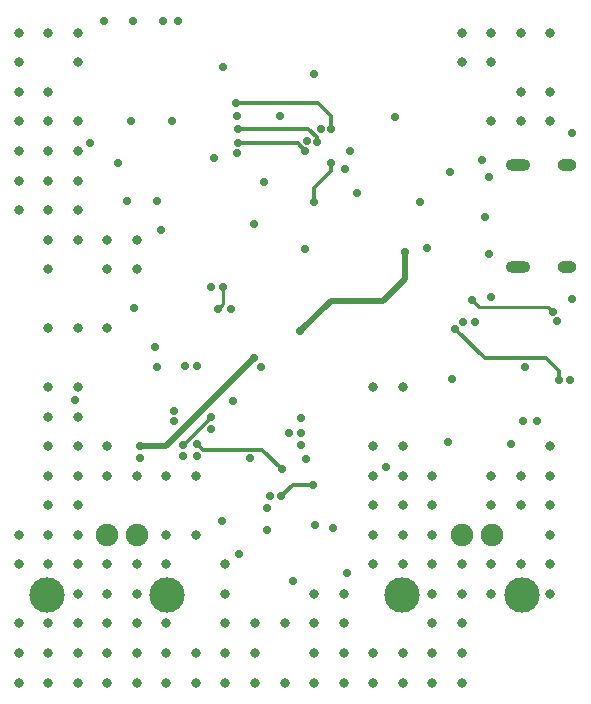
<source format=gbr>
%TF.GenerationSoftware,KiCad,Pcbnew,(7.0.0)*%
%TF.CreationDate,2023-08-19T19:02:20+01:00*%
%TF.ProjectId,Nemesis-MixSigPCB,4e656d65-7369-4732-9d4d-697853696750,rev?*%
%TF.SameCoordinates,Original*%
%TF.FileFunction,Copper,L4,Bot*%
%TF.FilePolarity,Positive*%
%FSLAX46Y46*%
G04 Gerber Fmt 4.6, Leading zero omitted, Abs format (unit mm)*
G04 Created by KiCad (PCBNEW (7.0.0)) date 2023-08-19 19:02:20*
%MOMM*%
%LPD*%
G01*
G04 APERTURE LIST*
%TA.AperFunction,ComponentPad*%
%ADD10O,1.600000X1.000000*%
%TD*%
%TA.AperFunction,ComponentPad*%
%ADD11O,2.100000X1.000000*%
%TD*%
%TA.AperFunction,ComponentPad*%
%ADD12C,1.900000*%
%TD*%
%TA.AperFunction,ComponentPad*%
%ADD13C,3.000000*%
%TD*%
%TA.AperFunction,ViaPad*%
%ADD14C,0.800000*%
%TD*%
%TA.AperFunction,ViaPad*%
%ADD15C,0.700000*%
%TD*%
%TA.AperFunction,Conductor*%
%ADD16C,0.500000*%
%TD*%
%TA.AperFunction,Conductor*%
%ADD17C,0.300000*%
%TD*%
%TA.AperFunction,Conductor*%
%ADD18C,0.293370*%
%TD*%
G04 APERTURE END LIST*
D10*
%TO.P,J200,S1,SHIELD*%
%TO.N,unconnected-(J200-SHIELD-PadS1)*%
X168939999Y-87289999D03*
D11*
X164759999Y-87289999D03*
X164759999Y-78649999D03*
D10*
X168939999Y-78649999D03*
%TD*%
D12*
%TO.P,J400,1,In*%
%TO.N,/DAC/OUT*%
X160000000Y-110020000D03*
D13*
%TO.P,J400,2,Ext*%
%TO.N,GND*%
X165080000Y-115100000D03*
D12*
X162540000Y-110020000D03*
D13*
X154920000Y-115100000D03*
%TD*%
D12*
%TO.P,J300,1,In*%
%TO.N,/ADC/IN*%
X130000000Y-110020000D03*
D13*
%TO.P,J300,2,Ext*%
%TO.N,GND*%
X135080000Y-115100000D03*
D12*
X132540000Y-110020000D03*
D13*
X124920000Y-115100000D03*
%TD*%
D14*
%TO.N,GND*%
X147500000Y-115000000D03*
X147500000Y-120000000D03*
X142500000Y-120000000D03*
X142500000Y-122500000D03*
X145000000Y-122500000D03*
X147500000Y-122500000D03*
X147500000Y-117500000D03*
X145000000Y-117500000D03*
X142500000Y-117500000D03*
X127500000Y-70000000D03*
X127500000Y-67500000D03*
X125000000Y-67500000D03*
X122500000Y-67500000D03*
X122500000Y-70000000D03*
X122500000Y-72500000D03*
X125000000Y-72500000D03*
X160000000Y-70000000D03*
X160000000Y-67500000D03*
X167500000Y-67500000D03*
X165000000Y-67500000D03*
X162500000Y-67500000D03*
X162500000Y-70000000D03*
X165000000Y-72500000D03*
X167500000Y-72500000D03*
X167500000Y-75000000D03*
X165000000Y-75000000D03*
X162500000Y-75000000D03*
X155000000Y-97500000D03*
X152500000Y-97500000D03*
X152500000Y-102500000D03*
X155000000Y-102500000D03*
X167500000Y-102500000D03*
X165000000Y-112500000D03*
X162500000Y-112500000D03*
X162500000Y-115000000D03*
X157500000Y-115000000D03*
X160000000Y-115000000D03*
X160000000Y-112500000D03*
X157500000Y-110000000D03*
X157500000Y-112500000D03*
X155000000Y-112500000D03*
X152500000Y-112500000D03*
X135000000Y-110000000D03*
X135000000Y-112500000D03*
X132500000Y-112500000D03*
X132500000Y-115000000D03*
X127500000Y-115000000D03*
X130000000Y-115000000D03*
X135000000Y-117500000D03*
X132500000Y-117500000D03*
X130000000Y-117500000D03*
X127500000Y-117500000D03*
X125000000Y-117500000D03*
X122500000Y-117500000D03*
X157500000Y-117500000D03*
X160000000Y-117500000D03*
X167500000Y-115000000D03*
X167500000Y-112500000D03*
X167500000Y-110000000D03*
X167500000Y-105000000D03*
X167500000Y-107500000D03*
X165000000Y-107500000D03*
X165000000Y-105000000D03*
X162500000Y-105000000D03*
X162500000Y-107500000D03*
X157500000Y-107500000D03*
X157500000Y-105000000D03*
X152500000Y-105000000D03*
X155000000Y-105000000D03*
X155000000Y-107500000D03*
X152500000Y-107500000D03*
X152500000Y-110000000D03*
X155000000Y-110000000D03*
X152500000Y-120000000D03*
X155000000Y-120000000D03*
X157500000Y-120000000D03*
X160000000Y-120000000D03*
X160000000Y-122500000D03*
X157500000Y-122500000D03*
X155000000Y-122500000D03*
X152500000Y-122500000D03*
X122500000Y-122500000D03*
X125000000Y-122500000D03*
X127500000Y-122500000D03*
X130000000Y-122500000D03*
X132500000Y-122500000D03*
X137500000Y-122500000D03*
X135000000Y-122500000D03*
X140000000Y-122500000D03*
X150000000Y-122500000D03*
X150000000Y-120000000D03*
X150000000Y-115000000D03*
X150000000Y-117500000D03*
X137500000Y-110000000D03*
X140000000Y-112500000D03*
X140000000Y-115000000D03*
X140000000Y-117500000D03*
X140000000Y-120000000D03*
X137500000Y-120000000D03*
X135000000Y-120000000D03*
X132500000Y-120000000D03*
X122500000Y-120000000D03*
X125000000Y-120000000D03*
X127500000Y-120000000D03*
X130000000Y-120000000D03*
X130000000Y-112500000D03*
X127500000Y-112500000D03*
X125000000Y-112500000D03*
X122500000Y-112500000D03*
X122500000Y-110000000D03*
X125000000Y-110000000D03*
X127500000Y-110000000D03*
X127500000Y-107500000D03*
X125000000Y-107500000D03*
X137500000Y-105000000D03*
X135000000Y-105000000D03*
X132500000Y-105000000D03*
X125000000Y-102500000D03*
X125000000Y-105000000D03*
X127500000Y-105000000D03*
X130000000Y-105000000D03*
X130000000Y-102500000D03*
X127500000Y-102500000D03*
X127500000Y-100000000D03*
X125000000Y-100000000D03*
X125000000Y-97500000D03*
X127500000Y-97500000D03*
X125000000Y-92500000D03*
X127500000Y-92500000D03*
X130000000Y-92500000D03*
X125000000Y-87500000D03*
X130000000Y-87500000D03*
X132500000Y-87500000D03*
X132500000Y-85000000D03*
X130000000Y-85000000D03*
X127500000Y-85000000D03*
X125000000Y-85000000D03*
X122500000Y-82500000D03*
X125000000Y-82500000D03*
X127500000Y-82500000D03*
X127500000Y-80000000D03*
X125000000Y-80000000D03*
X122500000Y-80000000D03*
X122500000Y-77500000D03*
X125000000Y-77500000D03*
X127500000Y-77500000D03*
X127500000Y-75000000D03*
X125000000Y-75000000D03*
X122500000Y-75000000D03*
D15*
X137600000Y-103350000D03*
X136400000Y-103350000D03*
X135600000Y-100400000D03*
X135600000Y-99500000D03*
X146850000Y-103600000D03*
X132750000Y-103500000D03*
X143000000Y-95750000D03*
X143800000Y-106750000D03*
X145400000Y-101400000D03*
X146400000Y-102400000D03*
X146400000Y-101400000D03*
%TO.N,+5V*%
X132750000Y-102450000D03*
X142400000Y-95050000D03*
%TO.N,GND*%
X158850000Y-102150000D03*
%TO.N,/ADC/IN_AA_BUF_OUT*%
X138750000Y-100050000D03*
X136400000Y-102400000D03*
%TO.N,+3.3VA*%
X147450000Y-105750000D03*
X144700000Y-106750000D03*
%TO.N,VCOM*%
X144750000Y-104450000D03*
X137600000Y-102300000D03*
%TO.N,GND*%
X168050000Y-91850000D03*
X165200000Y-100400000D03*
X139800000Y-70350000D03*
X132200000Y-66500000D03*
X142400000Y-83700000D03*
X146750000Y-85800000D03*
X128500000Y-76800000D03*
X164200000Y-102300000D03*
X159000000Y-79300000D03*
X159200000Y-96800000D03*
X147610000Y-109205000D03*
X161963924Y-83100056D03*
X127300000Y-98600000D03*
X169300000Y-75950000D03*
X140600000Y-98700000D03*
X138767278Y-101017278D03*
X134240000Y-81700000D03*
X153560000Y-104255000D03*
X137600000Y-95700000D03*
X162300000Y-79700000D03*
X134200000Y-95800000D03*
X169300000Y-90000000D03*
X156500000Y-81800000D03*
X134000000Y-94100000D03*
X147500000Y-71000000D03*
X135500000Y-75000000D03*
X143250000Y-80100000D03*
X145710000Y-113905000D03*
X151100000Y-81057787D03*
X144600000Y-74540000D03*
X160150000Y-92000000D03*
X139670000Y-108797500D03*
X150300000Y-113205000D03*
X139000000Y-78100000D03*
X166400000Y-100400000D03*
X149100000Y-109400000D03*
X134500000Y-84200000D03*
X162500000Y-89900000D03*
X132216729Y-90805838D03*
X129700000Y-66500000D03*
X143510000Y-107705000D03*
X134700000Y-66500000D03*
X141000000Y-77650000D03*
X140500000Y-90850000D03*
X161100000Y-92000000D03*
X146900000Y-76650000D03*
X157100000Y-85700000D03*
X142100000Y-103500000D03*
X154340000Y-74634127D03*
X162300000Y-86200000D03*
X150100000Y-79000000D03*
X146400000Y-100100000D03*
X169200000Y-96900000D03*
X141170000Y-111605000D03*
X141000000Y-74550000D03*
X143510000Y-109605000D03*
X148050000Y-75600000D03*
X136600000Y-95700000D03*
X130900000Y-78500000D03*
X131700000Y-81700000D03*
X161700000Y-78300000D03*
X138800000Y-89050000D03*
X150500000Y-77500000D03*
X165350000Y-95800000D03*
X136000000Y-66500000D03*
X132000000Y-75000000D03*
%TO.N,+5V*%
X155200000Y-86050000D03*
X146350000Y-92750000D03*
%TO.N,/MCU/CONN_SWDIO*%
X140900000Y-73420000D03*
X148950000Y-75600000D03*
%TO.N,SPI2_NSS*%
X160850000Y-90100000D03*
X167700000Y-91100000D03*
%TO.N,SPI1_NSS*%
X139800000Y-89050000D03*
X139400000Y-90850000D03*
%TO.N,/MCU/SWDIO*%
X148950000Y-78500000D03*
X147500000Y-81850000D03*
%TO.N,/MCU/SWCLK*%
X147750000Y-76750000D03*
X141050000Y-75600000D03*
%TO.N,/MCU/SWO*%
X141050000Y-76850000D03*
X146750000Y-77500000D03*
%TO.N,DAC_NLDAC*%
X159450000Y-92550000D03*
X168250000Y-96900000D03*
%TD*%
D16*
%TO.N,+5V*%
X132750000Y-102450000D02*
X135000000Y-102450000D01*
X135000000Y-102450000D02*
X142400000Y-95050000D01*
X148900000Y-90200000D02*
X153300000Y-90200000D01*
X153300000Y-90200000D02*
X155200000Y-88300000D01*
X155200000Y-88300000D02*
X155200000Y-86050000D01*
X146350000Y-92750000D02*
X148900000Y-90200000D01*
D17*
%TO.N,VCOM*%
X144750000Y-104450000D02*
X143100000Y-102800000D01*
X143100000Y-102800000D02*
X138100000Y-102800000D01*
X138100000Y-102800000D02*
X137600000Y-102300000D01*
D18*
%TO.N,/ADC/IN_AA_BUF_OUT*%
X138750000Y-100050000D02*
X136400000Y-102400000D01*
D17*
%TO.N,+3.3VA*%
X144700000Y-106750000D02*
X145700000Y-105750000D01*
X145700000Y-105750000D02*
X147450000Y-105750000D01*
%TO.N,/MCU/CONN_SWDIO*%
X148950000Y-74500000D02*
X148950000Y-75600000D01*
X147850000Y-73400000D02*
X148950000Y-74500000D01*
X140900000Y-73420000D02*
X140920000Y-73400000D01*
X140920000Y-73400000D02*
X147850000Y-73400000D01*
D18*
%TO.N,SPI2_NSS*%
X161450000Y-90700000D02*
X167300000Y-90700000D01*
X160850000Y-90100000D02*
X161450000Y-90700000D01*
X167300000Y-90700000D02*
X167700000Y-91100000D01*
%TO.N,SPI1_NSS*%
X139400000Y-90850000D02*
X139800000Y-90450000D01*
X139800000Y-90450000D02*
X139800000Y-89050000D01*
D17*
%TO.N,/MCU/SWDIO*%
X147500000Y-80600000D02*
X148950000Y-79150000D01*
X147500000Y-81850000D02*
X147500000Y-80600000D01*
X148950000Y-79150000D02*
X148950000Y-78500000D01*
%TO.N,/MCU/SWCLK*%
X147000000Y-75600000D02*
X147750000Y-76350000D01*
X141050000Y-75600000D02*
X147000000Y-75600000D01*
X147750000Y-76350000D02*
X147750000Y-76750000D01*
%TO.N,/MCU/SWO*%
X146750000Y-77500000D02*
X146100000Y-76850000D01*
X146100000Y-76850000D02*
X141050000Y-76850000D01*
%TO.N,DAC_NLDAC*%
X168250000Y-96150000D02*
X167150000Y-95050000D01*
X168250000Y-96900000D02*
X168250000Y-96150000D01*
X161950000Y-95050000D02*
X159450000Y-92550000D01*
X167150000Y-95050000D02*
X161950000Y-95050000D01*
%TD*%
M02*

</source>
